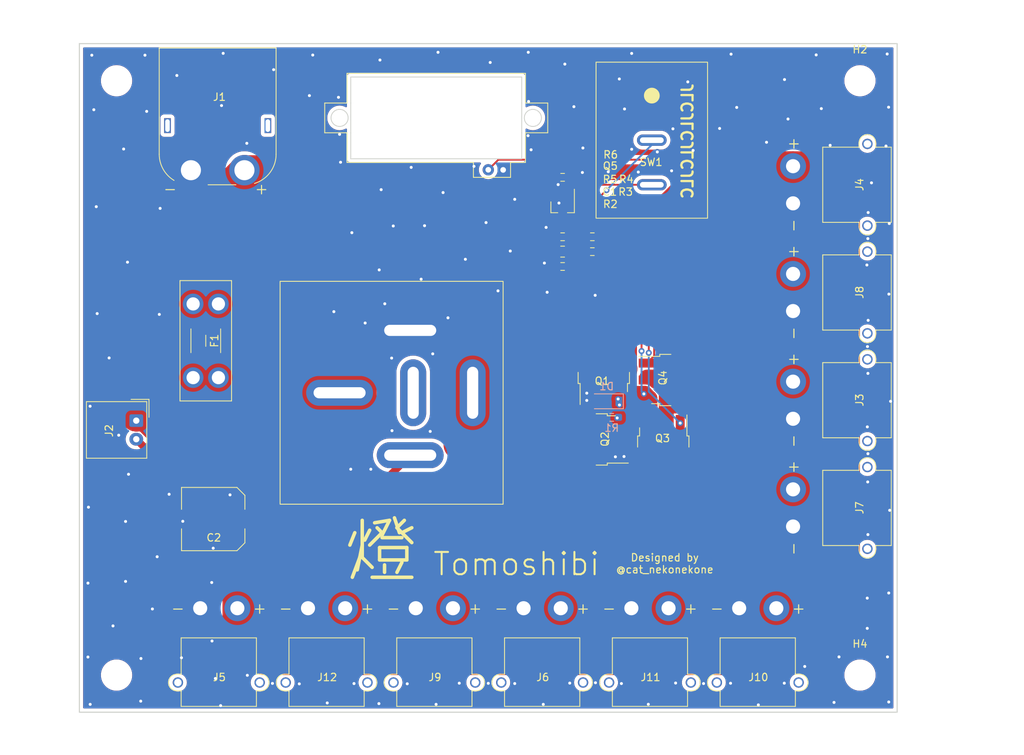
<source format=kicad_pcb>
(kicad_pcb (version 20211014) (generator pcbnew)
  (layers (0 "F.Cu" signal) (31 "B.Cu" signal) (34 "B.Paste" user) (35 "F.Paste" user) (36 "B.SilkS" user "B.Silkscreen") (37 "F.SilkS" user "F.Silkscreen") (38 "B.Mask" user) (39 "F.Mask" user) (44 "Edge.Cuts" user))
  (net 0 "")
  (net 1 "/S-S")
  (net 2 "主電源スイッチ")
  (net 3 "VDD")
  (net 4 "GND")
  (net 5 "+12V")
  (net 6 "30")
  (net 7 "85")
  (net 9 "87")
  (net 10 "Net-(Q3-Pad1)")
  (net 11 "Net-(Q4-Pad1)")
  (net 12 "Net-(Q5-Pad1)")
  (net 13 "Net-(Q5-Pad3)")
  (footprint "Package_TO_SOT_SMD:TO-252-3_TabPin2" (layer "F.Cu") (at 160.6 96.750995 180)
    (fp_text reference "Q2")
    (fp_text value "Q_PMOS_GDS")
  )
  (footprint "Relay:TRV4-L-12V-Z-F" (layer "F.Cu") (at 134.06 90.47 -90)
    (fp_text reference "K1" hide)
    (fp_text value "RAYEX-L90")
  )
  (footprint "Connector_AMASS:AMASS_XT30PW-M_1x02_P2.50mm_Horizontal" (layer "F.Cu") (at 188.06 93.97 -90)
    (fp_text reference "J3")
    (fp_text value "Conn_01x02_Female")
  )
  (footprint "Package_TO_SOT_SMD:TO-252-3_TabPin2" (layer "F.Cu") (at 172.6 88.750995)
    (fp_text reference "Q4")
    (fp_text value "Q_PMOS_GDS")
  )
  (footprint "Capacitor_SMD:C_Elec_8x10.2" (layer "F.Cu") (at 110.06 107.47 180)
    (fp_text reference "C2")
    (fp_text value "470uF")
  )
  (footprint "MountingHole:MountingHole_3.2mm_M3" (layer "F.Cu") (at 97.06 128.47)
    (fp_text reference "H3" hide)
    (fp_text value "MountingHole")
  )
  (footprint "Package_TO_SOT_SMD:SOT-23_Handsoldering" (layer "F.Cu") (at 157.06 65.47 -90)
    (fp_text reference "Q5")
    (fp_text value "Q_NMOS_GSD")
  )
  (footprint "Voltmeter:SuperSmallVoltmeter_twoline" (layer "F.Cu") (at 140.06 53.47)
    (fp_text reference "MES1" hide)
    (fp_text value "Voltmeter_DC")
    (fp_line (start 11.5 -5.5) (end -11.5 -5.5) (layer "Edge.Cuts") (width 0.12))
    (fp_line (start 11.5 5.5) (end 11.5 2) (layer "Edge.Cuts") (width 0.12))
    (fp_line (start -11.5 5.5) (end 11.5 5.5) (layer "Edge.Cuts") (width 0.12))
    (fp_line (start -11.5 -5.5) (end -11.5 -2) (layer "Edge.Cuts") (width 0.12))
    (fp_line (start -11.5 2) (end -11.5 5.5) (layer "Edge.Cuts") (width 0.12))
    (fp_line (start -11.5 -2) (end -11.5 2) (layer "Edge.Cuts") (width 0.12))
    (fp_line (start 11.5 -2) (end 11.5 -5.5) (layer "Edge.Cuts") (width 0.12))
    (fp_line (start 11.5 2) (end 11.5 -2) (layer "Edge.Cuts") (width 0.12))
    (fp_circle (center -13 0) (end -14.15 0) (layer "Edge.Cuts") (width 0.12) (fill none))
    (fp_circle (center 13 0) (end 11.85 0) (layer "Edge.Cuts") (width 0.12) (fill none))
  )
  (footprint "Package_TO_SOT_SMD:TO-252-3_TabPin2" (layer "F.Cu") (at 162.6 86.750995 90)
    (fp_text reference "Q1")
    (fp_text value "Q_PMOS_GDS")
  )
  (footprint "Package_TO_SOT_SMD:TO-252-3_TabPin2" (layer "F.Cu") (at 170.6 98.750995 -90)
    (fp_text reference "Q3")
    (fp_text value "Q_PMOS_GDS")
  )
  (footprint "Resistor_SMD:R_0603_1608Metric_Pad0.98x0.95mm_HandSolder" (layer "F.Cu") (at 157.06 73.47)
    (fp_text reference "R2")
    (fp_text value "10k")
  )
  (footprint "Connector_AMASS:AMASS_XT30PW-M_1x02_P2.50mm_Horizontal" (layer "F.Cu") (at 188.06 64.97 -90)
    (fp_text reference "J4")
    (fp_text value "Conn_01x02_Female")
  )
  (footprint "Connector_Molex:Molex_SPOX_5268-02A_1x02_P2.50mm_Horizontal" (layer "F.Cu") (at 99.71 94.22 -90)
    (fp_text reference "J2")
    (fp_text value "Conn_01x02_Female")
  )
  (footprint "Connector_AMASS:AMASS_XT30PW-M_1x02_P2.50mm_Horizontal" (layer "F.Cu") (at 188.06 79.47 -90)
    (fp_text reference "J8")
    (fp_text value "Conn_01x02_Female")
  )
  (footprint "MountingHole:MountingHole_3.2mm_M3" (layer "F.Cu") (at 197.06 48.47)
    (fp_text reference "H2")
    (fp_text value "MountingHole")
  )
  (footprint "Resistor_SMD:R_0603_1608Metric_Pad0.98x0.95mm_HandSolder" (layer "F.Cu") (at 161.06 71.47 180)
    (fp_text reference "R3")
    (fp_text value "510")
  )
  (footprint "Connector_AMASS:AMASS_XT30PW-M_1x02_P2.50mm_Horizontal" (layer "F.Cu") (at 180.81 119.47 180)
    (fp_text reference "J10")
    (fp_text value "Conn_01x02_Female")
  )
  (footprint "Connector_AMASS:AMASS_XT60PW-M_1x02_P7.20mm_Horizontal" (layer "F.Cu") (at 107.06 60.51)
    (fp_text reference "J1")
    (fp_text value "Conn_01x02_Female")
  )
  (footprint "Connector_AMASS:AMASS_XT30PW-M_1x02_P2.50mm_Horizontal" (layer "F.Cu") (at 137.31 119.47 180)
    (fp_text reference "J9")
    (fp_text value "Conn_01x02_Female")
  )
  (footprint "MountingHole:MountingHole_3.2mm_M3" (layer "F.Cu") (at 197.06 128.47)
    (fp_text reference "H4")
    (fp_text value "MountingHole")
  )
  (footprint "Fuse:Fuseholder_Blade_Mini_Keystone_3568" (layer "F.Cu") (at 110.76 78.51 -90)
    (fp_text reference "F1")
    (fp_text value "Fuse")
  )
  (footprint "Connector_AMASS:AMASS_XT30PW-M_1x02_P2.50mm_Horizontal" (layer "F.Cu") (at 108.31 119.47 180)
    (fp_text reference "J5")
    (fp_text value "Conn_01x02_Female")
  )
  (footprint "Resistor_SMD:R_0603_1608Metric_Pad0.98x0.95mm_HandSolder" (layer "F.Cu") (at 161.06 69.47)
    (fp_text reference "R4")
    (fp_text value "510")
  )
  (footprint "Capacitor_SMD:C_0805_2012Metric_Pad1.18x1.45mm_HandSolder" (layer "F.Cu") (at 157.06 71.47)
    (fp_text reference "C1")
    (fp_text value "4.7uF")
  )
  (footprint "Connector_AMASS:AMASS_XT30PW-M_1x02_P2.50mm_Horizontal" (layer "F.Cu") (at 151.81 119.47 180)
    (fp_text reference "J6")
    (fp_text value "Conn_01x02_Female")
  )
  (footprint "Connector_AMASS:AMASS_XT30PW-M_1x02_P2.50mm_Horizontal" (layer "F.Cu") (at 122.81 119.47 180)
    (fp_text reference "J12")
    (fp_text value "Conn_01x02_Female")
  )
  (footprint "Resistor_SMD:R_0603_1608Metric_Pad0.98x0.95mm_HandSolder" (layer "F.Cu") (at 157.06 61.47 180)
    (fp_text reference "R6")
    (fp_text value "10k")
  )
  (footprint "Connector_AMASS:AMASS_XT30PW-M_1x02_P2.50mm_Horizontal" (layer "F.Cu") (at 188.06 108.47 -90)
    (fp_text reference "J7")
    (fp_text value "Conn_01x02_Female")
  )
  (footprint "MountingHole:MountingHole_3.2mm_M3" (layer "F.Cu") (at 97.06 48.47)
    (fp_text reference "H1" hide)
    (fp_text value "MountingHole")
  )
  (footprint "Resistor_SMD:R_0603_1608Metric_Pad0.98x0.95mm_HandSolder" (layer "F.Cu") (at 157.06 69.47)
    (fp_text reference "R5")
    (fp_text value "1k")
  )
  (footprint "Connector_AMASS:AMASS_XT30PW-M_1x02_P2.50mm_Horizontal" (layer "F.Cu") (at 166.31 119.47 180)
    (fp_text reference "J11")
    (fp_text value "Conn_01x02_Female")
  )
  (footprint "Rocker_Switch:DS-850K-S-ON" (layer "F.Cu") (at 169.06 56.47 90)
    (fp_text reference "SW1")
    (fp_text value "SW_SPST")
  )
  (footprint "Diode_SMD:D_SOD-123" (layer "B.Cu") (at 162.98 91.62 180)
    (fp_text reference "D1")
    (fp_text value "D")
  )
  (footprint "Resistor_SMD:R_0603_1608Metric_Pad0.98x0.95mm_HandSolder" (layer "B.Cu") (at 163.66 93.78)
    (fp_text reference "R1")
    (fp_text value "10k")
  )
  (gr_rect (start 92.06 43.47) (end 202.06 133.47) (layer "Edge.Cuts") (width 0.15) (fill none))
  (gr_text "燈" (at 132.94 112.09) (layer "F.SilkS") (effects (font (size 7 7) (thickness 0.47))))
  (gr_text "JLCJLCJLCJLC" (at 173.86 56.61 90) (layer "F.SilkS") (effects (font (size 1.5 1.5) (thickness 0.3)) (justify mirror)))
  (gr_text "Tomoshibi" (at 150.86 113.52) (layer "F.SilkS") (effects (font (size 3 3) (thickness 0.27))))
  (gr_text "Designed by\n@cat_nekonekone" (at 170.8 113.46) (layer "F.SilkS") (effects (font (size 1 1))))
  (segment (start 156.1475 73.47) (end 156.1475 71.595) (width 0.25) (layer "F.Cu") (net 1))
  (segment (start 164.88 90.950995) (end 165.28 90.550995) (width 2) (layer "F.Cu") (net 1))
  (segment (start 168.4 92.81) (end 168.4 94.470995) (width 2) (layer "F.Cu") (net 1))
  (segment (start 167.92 94.950995) (end 168.32 94.550995) (width 2) (layer "F.Cu") (net 1))
  (segment (start 168.4 91.030995) (end 168.4 91.81) (width 2) (layer "F.Cu") (net 1))
  (segment (start 168.32 92.69) (end 168.8 92.21) (width 2) (layer "F.Cu") (net 1))
  (segment (start 168.140995 90.550995) (end 167.92 90.550995) (width 2) (layer "F.Cu") (net 1))
  (segment (start 164.4 91.81) (end 164.4 93.86) (width 2) (layer "F.Cu") (net 1))
  (segment (start 168.8 92.21) (end 168.8 94.47) (width 2) (layer "F.Cu") (net 1))
  (segment (start 168.4 91.030995) (end 168.4 92.81) (width 2) (layer "F.Cu") (net 1))
  (segment (start 168.8 92.21) (end 168.8 91.21) (width 2) (layer "F.Cu") (net 1))
  (segment (start 168.4 91.81) (end 168.8 92.21) (width 2) (layer "F.Cu") (net 1))
  (segment (start 168.319005 94.950995) (end 167.92 94.950995) (width 2) (layer "F.Cu") (net 1))
  (segment (start 167.92 90.550995) (end 168.4 91.030995) (width 2) (layer "F.Cu") (net 1))
  (segment (start 168.32 94.550995) (end 168.32 91.110995) (width 2) (layer "F.Cu") (net 1))
  (segment (start 168.32 91.110995) (end 168.4 91.030995) (width 2) (layer "F.Cu") (net 1))
  (segment (start 164.4 91.430995) (end 164.4 91.81) (width 2) (layer "F.Cu") (net 1))
  (segment (start 157.16 70.3325) (end 156.0225 71.47) (width 0.25) (layer "F.Cu") (net 1))
  (segment (start 167.539005 92.81) (end 165.28 90.550995) (width 2) (layer "F.Cu") (net 1))
  (segment (start 162.965005 63.1945) (end 157.16 68.999505) (width 0.25) (layer "F.Cu") (net 1))
  (segment (start 160.5805 74.67) (end 167.679198 81.768698) (width 0.25) (layer "F.Cu") (net 1))
  (segment (start 164.525497 91.305497) (end 164.4 91.430995) (width 2) (layer "F.Cu") (net 1))
  (segment (start 164.705 92.115) (end 164.4 91.81) (width 2) (layer "F.Cu") (net 1))
  (segment (start 164.8 94.470995) (end 165.28 94.950995) (width 2) (layer "F.Cu") (net 1))
  (segment (start 156.1475 73.47) (end 157.3475 74.67) (width 0.25) (layer "F.Cu") (net 1))
  (segment (start 168.4 94.470995) (end 168.32 94.550995) (width 2) (layer "F.Cu") (net 1))
  (segment (start 167.679198 81.768698) (end 167.679198 84.854951) (width 0.25) (layer "F.Cu") (net 1))
  (segment (start 168.4 92.81) (end 167.539005 92.81) (width 2) (layer "F.Cu") (net 1))
  (segment (start 157.3475 74.67) (end 160.5805 74.67) (width 0.25) (layer "F.Cu") (net 1))
  (segment (start 156.1475 71.595) (end 156.0225 71.47) (width 0.25) (layer "F.Cu") (net 1))
  (segment (start 168.32 94.550995) (end 167.140995 94.550995) (width 2) (layer "F.Cu") (net 1))
  (segment (start 168.8 94.47) (end 168.319005 94.950995) (width 2) (layer "F.Cu") (net 1))
  (segment (start 168.8 91.21) (end 168.140995 90.550995) (width 2) (layer "F.Cu") (net 1))
  (segment (start 165.28 90.550995) (end 167.92 90.550995) (width 2) (layer "F.Cu") (net 1))
  (segment (start 164.4 94.070995) (end 164.8 94.470995) (width 2) (layer "F.Cu") (net 1))
  (segment (start 164.88 90.950995) (end 164.525497 91.305497) (width 2) (layer "F.Cu") (net 1))
  (segment (start 164.4 93.86) (end 164.4 94.070995) (width 2) (layer "F.Cu") (net 1))
  (segment (start 167.140995 94.550995) (end 164.705 92.115) (width 2) (layer "F.Cu") (net 1))
  (segment (start 157.16 68.999505) (end 157.16 70.3325) (width 0.25) (layer "F.Cu") (net 1))
  (segment (start 168.32 94.550995) (end 168.32 92.69) (width 2) (layer "F.Cu") (net 1))
  (segment (start 165.28 94.950995) (end 167.92 94.950995) (width 2) (layer "F.Cu") (net 1))
  (via (at 167.679198 84.854951) (size 0.8) (drill 0.4) (layers "F.Cu" "B.Cu") (net 1))
  (via (at 164.525497 91.305497) (size 0.8) (drill 0.4) (layers "F.Cu" "B.Cu") (net 1))
  (via (at 162.965005 63.1945) (size 0.8) (drill 0.4) (layers "F.Cu" "B.Cu") (net 1))
  (via (at 164.705 92.115) (size 0.8) (drill 0.4) (layers "F.Cu" "B.Cu") (net 1))
  (via (at 167.98992 90.619045) (size 0.8) (drill 0.4) (layers "F.Cu" "B.Cu") (net 1))
  (via (at 164.4 93.86) (size 0.8) (drill 0.4) (layers "F.Cu" "B.Cu") (net 1))
  (segment (start 169.06 57.099505) (end 169.06 56.47) (width 0.25) (layer "B.Cu") (net 1))
  (segment (start 162.965005 63.1945) (end 169.06 57.099505) (width 0.25) (layer "B.Cu") (net 1))
  (segment (start 164.705 91.485) (end 164.525497 91.305497) (width 0.5) (layer "B.Cu") (net 1))
  (segment (start 164.705 92.115) (end 164.705 91.485) (width 0.5) (layer "B.Cu") (net 1))
  (segment (start 167.679198 84.854951) (end 167.679198 90.308323) (width 0.25) (layer "B.Cu") (net 1))
  (segment (start 167.679198 90.308323) (end 167.98992 90.619045) (width 0.25) (layer "B.Cu") (net 1))
  (segment (start 157.9725 69.47) (end 160.1475 69.47) (width 0.25) (layer "F.Cu") (net 2))
  (segment (start 157.9725 69.47) (end 157.9725 73.47) (width 0.25) (layer "F.Cu") (net 2))
  (segment (start 160.1475 71.47) (end 158.0975 71.47) (width 0.25) (layer "F.Cu") (net 2))
  (segment (start 160.1475 71.47) (end 160.1475 69.47) (width 0.25) (layer "F.Cu") (net 2))
  (segment (start 184.11 112.42) (end 161.01 112.42) (width 4) (layer "F.Cu") (net 3))
  (segment (start 117.11 107.42) (end 115.36 109.17) (width 4) (layer "F.Cu") (net 3))
  (segment (start 195.06 103.47) (end 195.06 107.47) (width 4) (layer "F.Cu") (net 3))
  (segment (start 126.76 121.47) (end 128.71 123.42) (width 4) (layer "F.Cu") (net 3))
  (segment (start 188.06 74.47) (end 184.11 70.52) (width 4) (layer "F.Cu") (net 3))
  (segment (start 147.86 123.42) (end 147.86 115.52) (width 4) (layer "F.Cu") (net 3))
  (segment (start 167.11 123.42) (end 166.06 123.42) (width 4) (layer "F.Cu") (net 3))
  (segment (start 171 88.41) (end 171 90.53) (width 2) (layer "F.Cu") (net 3))
  (segment (start 113.31 118.22) (end 113.31 107.82) (width 4) (layer "F.Cu") (net 3))
  (segment (start 184.11 107.42) (end 180.66 110.87) (width 4) (layer "F.Cu") (net 3))
  (segment (start 175.68 97.09) (end 175.68 91.250995) (width 4) (layer "F.Cu") (net 3))
  (segment (start 156.81 122.37) (end 155.76 123.42) (width 4) (layer "F.Cu") (net 3))
  (segment (start 192.06 103.47) (end 190.06 101.47) (width 4) (layer "F.Cu") (net 3))
  (segment (start 133.36 123.42) (end 135.01 123.42) (width 4) (layer "F.Cu") (net 3))
  (segment (start 182.779005 63.189005) (end 182.779005 62.350995) (width 4) (layer "F.Cu") (net 3))
  (segment (start 184.06 103.47) (end 181.06 100.47) (width 4) (layer "F.Cu") (net 3))
  (segment (start 171 90.53) (end 171 90.29873) (width 2) (layer "F.Cu") (net 3))
  (segment (start 195.06 110.22) (end 185.81 119.47) (width 4) (layer "F.Cu") (net 3))
  (segment (start 113.31 107.82) (end 113.66 107.47) (width 4) (layer "F.Cu") (net 3))
  (segment (start 174.7 88.750995) (end 174.7 70.43) (width 4) (layer "F.Cu") (net 3))
  (segment (start 171.31 119.47) (end 171.31 122.37) (width 4) (layer "F.Cu") (net 3))
  (segment (start 195.06 74.47) (end 195.06 83.47) (width 4) (layer "F.Cu") (net 3))
  (segment (start 170.940995 88.350995) (end 171 88.41) (width 2) (layer "F.Cu") (net 3))
  (segment (start 185.81 122.37) (end 184.76 123.42) (width 4) (layer "F.Cu") (net 3))
  (segment (start 188.06 88.97) (end 188.06 86.47) (width 4) (layer "F.Cu") (net 3))
  (segment (start 176.986901 59.97) (end 171.7 65.256901) (width 4) (layer "F.Cu") (net 3))
  (segment (start 171.7 73.43) (end 171.7 75.83) (width 4) (layer "F.Cu") (net 3))
  (segment (start 192.01 97.92) (end 184.11 97.92) (width 4) (layer "F.Cu") (net 3))
  (segment (start 161.01 126.42) (end 161.06 126.47) (width 4) (layer "F.Cu") (net 3))
  (segment (start 182.36 62.77) (end 185.16 59.97) (width 4) (layer "F.Cu") (net 3))
  (segment (start 184.11 97.92) (end 184.11 95.52) (width 4) (layer "F.Cu") (net 3))
  (segment (start 188.06 69.47) (end 188.61 68.92) (width 4) (layer "F.Cu") (net 3))
  (segment (start 182.779005 63.189005) (end 182.36 62.77) (width 4) (layer "F.Cu") (net 3))
  (segment (start 113.31 119.47) (end 113.31 122.72) (width 4) (layer "F.Cu") (net 3))
  (segment (start 176.440995 97.850995) (end 179.679005 97.850995) (width 4) (layer "F.Cu") (net 3))
  (segment (start 174.06 126.47) (end 186.06 126.47) (width 4) (layer "F.Cu") (net 3))
  (segment (start 184.11 112.42) (end 184.11 115.52) (width 4) (layer "F.Cu") (net 3))
  (segment (start 161.06 126.47) (end 174.06 126.47) (width 4) (layer "F.Cu") (net 3))
  (segment (start 192.01 75.52) (end 192.01 83.42) (width 4) (layer "F.Cu") (net 3))
  (segment (start 184.76 122.67) (end 184.01 123.42) (width 4) (layer "F.Cu") (net 3))
  (segment (start 195.06 74.47) (end 192.01 71.42) (width 4) (layer "F.Cu") (net 3))
  (segment (start 182.36 62.77) (end 171.7 73.43) (width 4) (layer "F.Cu") (net 3))
  (segment (start 113.31 116.22) (end 113.31 118.22) (width 4) (layer "F.Cu") (net 3))
  (segment (start 173.53663 89.914365) (end 174.7 88.750995) (width 2) (layer "F.Cu") (net 3))
  (segment (start 171 90.29873) (end 170.615635 89.914365) (width 2) (layer "F.Cu") (net 3))
  (segment (start 169.940995 88.350995) (end 169.940995 88.589005) (width 2) (layer "F.Cu") (net 3))
  (segment (start 184.11 99.52) (end 187.56 102.97) (width 4) (layer "F.Cu") (net 3))
  (segment (start 195.06 107.47) (end 195.06 110.22) (width 4) (layer "F.Cu") (net 3))
  (segment (start 171.7 68.83) (end 171.7 75.83) (width 4) (layer "F.Cu") (net 3))
  (segment (start 168.1 98.47) (end 169.325483 98.47) (width 4) (layer "F.Cu") (net 3))
  (segment (start 171 90.53) (end 171 100.450995) (width 2) (layer "F.Cu") (net 3))
  (segment (start 170.440996 97.850995) (end 170.192742 97.602741) (width 4) (layer "F.Cu") (net 3))
  (segment (start 145.01 112.42) (end 130.11 112.42) (width 4) (layer "F.Cu") (net 3))
  (segment (start 192.01 70.52) (end 192.01 68.92) (width 4) (layer "F.Cu") (net 3))
  (segment (start 192.01 90.02) (end 192.06 90.07) (width 4) (layer "F.Cu") (net 3))
  (segment (start 169.940995 88.350995) (end 168.4 88.350995) (width 2) (layer "F.Cu") (net 3))
  (segment (start 190.56 121.97) (end 192.56 119.97) (width 4) (layer "F.Cu") (net 3))
  (segment (start 188.06 74.47) (end 195.06 74.47) (width 4) (layer "F.Cu") (net 3))
  (segment (start 174.7 88.750995) (end 174.3 88.350995) (width 2) (layer "F.Cu") (net 3))
  (segment (start 176.36 68.77) (end 182.36 62.77) (width 4) (layer "F.Cu") (net 3))
  (segment (start 176.440995 97.850995) (end 170.440996 97.850995) (width 4) (layer "F.Cu") (net 3))
  (segment (start 170.26 123.42) (end 167.11 123.42) (width 4) (layer "F.Cu") (net 3))
  (segment (start 161.01 112.42) (end 158.11 112.42) (width 4) (layer "F.Cu") (net 3))
  (segment (start 169.08 100.850995) (end 170.6 100.850995) (width 4) (layer "F.Cu") (net 3))
  (segment (start 188.06 88.97) (end 188.06 90.02) (width 4) (layer "F.Cu") (net 3))
  (segment (start 184.11 93.42) (end 184.11 99.52) (width 4) (layer "F.Cu") (net 3))
  (segment (start 113.31 122.72) (end 117.06 126.47) (width 4) (layer "F.Cu") (net 3))
  (segment (start 184.11 99.52) (end 182.440995 97.850995) (width 4) (layer "F.Cu") (net 3))
  (segment (start 192.01 104.52) (end 162.949696 104.52) (width 4) (layer "F.Cu") (net 3))
  (segment (start 167.491147 102.439848) (end 168.1 101.830995) (width 4) (layer "F.Cu") (net 3))
  (segment (start 170.192742 97.602741) (end 170.6 98.009999) (width 4) (layer "F.Cu") (net 3))
  (segment (start 184.11 104.52) (end 184.11 107.42) (width 4) (layer "F.Cu") (net 3))
  (segment (start 117.06 126.47) (end 117.06 110.87) (width 4) (layer "F.Cu") (net 3))
  (segment (start 145.01 112.42) (end 145.01 125.42) (width 4) (layer "F.Cu") (net 3))
  (segment (start 192.06 103.47) (end 166.06 103.47) (width 4) (layer "F.Cu") (net 3))
  (segment (start 171.31 122.37) (end 170.26 123.42) (width 4) (layer "F.Cu") (net 3))
  (segment (start 171.7 65.256901) (end 171.7 68.83) (width 4) (layer "F.Cu") (net 3))
  (segment (start 148.42 59.095) (end 176.111901 59.095) (width 0.25) (layer "F.Cu") (net 3))
  (segment (start 192.01 112.42) (end 192.01 104.52) (width 4) (layer "F.Cu") (net 3))
  (segment (start 184.11 115.52) (end 190.56 121.97) (width 4) (layer "F.Cu") (net 3))
  (segment (start 188.06 59.97) (end 190.96 59.97) (width 4) (layer "F.Cu") (net 3))
  (segment (start 126.76 123.42) (end 118.86 123.42) (width 4) (layer "F.Cu") (net 3))
  (segment (start 184.01 123.42) (end 183.01 123.42) (width 4) (layer "F.Cu") (net 3))
  (segment (start 127.81 122.37) (end 126.76 123.42) (width 4) (layer "F.Cu") (net 3))
  (segment (start 173.66 126.07) (end 174.06 126.47) (width 4) (layer "F.Cu") (net 3))
  (segment (start 189.06 101.47) (end 187.56 102.97) (width 4) (layer "F.Cu") (net 3))
  (segment (start 192.01 112.42) (end 192.01 119.42) (width 4) (layer "F.Cu") (net 3))
  (segment (start 192.56 119.97) (end 195.06 117.47) (width 4) (layer "F.Cu") (net 3))
  (segment (start 174.3 88.350995) (end 170.940995 88.350995) (width 2) (layer "F.Cu") (net 3))
  (segment (start 184.11 107.42) (end 184.11 112.42) (width 4) (layer "F.Cu") (net 3))
  (segment (start 167.491147 102.439848) (end 169.08 100.850995) (width 4) (layer "F.Cu") (net 3))
  (segment (start 168.1 101.830995) (end 168.1 98.47) (width 4) (layer "F.Cu") (net 3))
  (segment (start 171.7 75.83) (end 171.7 88.350995) (width 4) (layer "F.Cu") (net 3))
  (segment (start 187.56 102.97) (end 188.06 103.47) (width 4) (layer "F.Cu") (net 3))
  (segment (start 185.16 103.47) (end 184.11 104.52) (width 4) (layer "F.Cu") (net 3))
  (segment (start 170.26 119.47) (end 170.26 123.42) (width 4) (layer "F.Cu") (net 3))
  (segment (start 171 100.450995) (end 170.6 100.850995) (width 2) (layer "F.Cu") (net 3))
  (segment (start 195.06 103.47) (end 192.06 103.47) (width 4) (layer "F.Cu") (net 3))
  (segment (start 176.111901 59.095) (end 176.986901 59.97) (width 0.25) (layer "F.Cu") (net 3))
  (segment (start 182.779005 91.350995) (end 182.779005 92.089005) (width 4) (layer "F.Cu") (net 3))
  (segment (start 185.16 59.97) (end 188.06 59.97) (width 4) (layer "F.Cu") (net 3))
  (segment (start 130.11 112.42) (end 117.11 112.42) (width 4) (layer "F.Cu") (net 3))
  (segment (start 188.06 75.52) (end 192.01 75.52) (width 4) (layer "F.Cu") (net 3))
  (segment (start 176.36 88.77) (end 179.679005 92.089005) (width 4) (layer "F.Cu") (net 3))
  (segment (start 185.81 119.47) (end 185.81 122.37) (width 4) (layer "F.Cu") (net 3))
  (segment (start 182.779005 82.750995) (end 182.779005 63.189005) (width 4) (layer "F.Cu") (net 3))
  (segment (start 158.11 123.52) (end 161.06 126.47) (width 4) (layer "F.Cu") (net 3))
  (segment (start 180.56 59.97) (end 181.56 59.97) (width 4) (layer "F.Cu") (net 3))
  (segment (start 117.06 126.47) (end 146.06 126.47) (width 4) (layer "F.Cu") (net 3))
  (segment (start 179.679005 92.089005) (end 179.679005 65.450995) (width 4) (layer "F.Cu") (net 3))
  (segment (start 180.679005 100.850995) (end 170.6 100.850995) (width 4) (layer "F.Cu") (net 3))
  (segment (start 171.7 68.83) (end 180.56 59.97) (width 4) (layer "F.Cu") (net 3))
  (segment (start 192.01 83.42) (end 185.01 83.42) (width 4) (layer "F.Cu") (net 3))
  (segment (start 183.44801 83.42) (end 182.779005 82.750995) (width 4) (layer "F.Cu") (net 3))
  (segment (start 147.86 115.52) (end 155.76 115.52) (width 4) (layer "F.Cu") (net 3))
  (segment (start 145.01 125.42) (end 146.06 126.47) (width 4) (layer "F.Cu") (net 3))
  (segment (start 170.615635 89.914365) (end 173.53663 89.914365) (width 2) (layer "F.Cu") (net 3))
  (segment (start 192.06 90.07) (end 192.06 97.87) (width 4) (layer "F.Cu") (net 3))
  (segment (start 181.06 100.47) (end 180.679005 100.850995) (width 4) (layer "F.Cu") (net 3))
  (segment (start 165.029848 102.439848) (end 167.491147 102.439848) (width 4) (layer "F.Cu") (net 3))
  (segment (start 184.11 99.52) (end 193.11 99.52) (width 4) (layer "F.Cu") (net 3))
  (segment (start 127.81 119.47) (end 127.81 122.37) (width 4) (layer "F.Cu") (net 3))
  (segment (start 193.11 99.52) (end 195.06 101.47) (width 4) (layer "F.Cu") (net 3))
  (segment (start 117.06 110.87) (end 115.36 109.17) (width 4) (layer "F.Cu") (net 3))
  (segment (start 161.799696 105.67) (end 165.029848 102.439848) (width 4) (layer "F.Cu") (net 3))
  (segment (start 188.06 90.02) (end 184.11 90.02) (width 4) (layer "F.Cu") (net 3))
  (segment (start 186.06 126.47) (end 190.56 121.97) (width 4) (layer "F.Cu") (net 3))
  (segment (start 180.66 110.87) (end 173.66 110.87) (width 4) (layer "F.Cu") (net 3))
  (segment (start 173.66 110.87) (end 117.06 110.87) (width 4) (layer "F.Cu") (net 3))
  (segment (start 130.11 123.42) (end 141.26 123.42) (width 4) (layer "F.Cu") (net 3))
  (segment (start 128.71 123.42) (end 130.11 123.42) (width 4) (layer "F.Cu") (net 3))
  (segment (start 147.06 60.455) (end 148.42 59.095) (width 0.25) (layer "F.Cu") (net 3))
  (segment (start 184.11 112.42) (end 192.01 112.42) (width 4) (layer "F.Cu") (net 3))
  (segment (start 184.11 90.02) (end 182.779005 91.350995) (width 4) (layer "F.Cu") (net 3))
  (segment (start 166.06 103.47) (end 165.029848 102.439848) (width 4) (layer "F.Cu") (net 3))
  (segment (start 161.01 112.42) (end 161.01 126.42) (width 4) (layer "F.Cu") (net 3))
  (segment (start 188.06 75.52) (end 184.11 75.52) (width 4) (layer "F.Cu") (net 3))
  (segment (start 182.440995 97.850995) (end 176.440995 97.850995) (width 4) (layer "F.Cu") (net 3))
  (segment (start 176.440995 97.850995) (end 175.68 97.09) (width 4) (layer "F.Cu") (net 3))
  (segment (start 168.06 115.52) (end 170.26 115.52) (width 4) (layer "F.Cu") (net 3))
  (segment (start 192.06 97.87) (end 192.01 97.92) (width 4) (layer "F.Cu") (net 3))
  (segment (start 170.38337 88.914365) (end 170.615635 89.14663) (width 2) (layer "F.Cu") (net 3))
  (segment (start 192.01 68.92) (end 192.01 61.02) (width 4) (layer "F.Cu") (net 3))
  (segment (start 192.01 119.42) (end 192.56 119.97) (width 4) (layer "F.Cu") (net 3))
  (segment (start 170.6 98.009999) (end 170.6 100.850995) (width 4) (layer "F.Cu") (net 3))
  (segment (start 175.68 91.250995) (end 172.06 91.250995) (width 4) (layer "F.Cu") (net 3))
  (segment (start 155.76 123.42) (end 147.86 123.42) (width 4) (layer "F.Cu") (net 3))
  (segment (start 182.779005 62.350995) (end 184.11 61.02) (width 4) (layer "F.Cu") (net 3))
  (segment (start 176.86 123.42) (end 176.86 115.52) (width 4) (layer "F.Cu") (net 3))
  (segment (start 184.11 75.52) (end 182.779005 76.850995) (width 4) (layer "F.Cu") (net 3))
  (segment (start 170.26 115.52) (end 170.26 119.47) (width 4) (layer "F.Cu") (net 3))
  (segment (start 190.96 59.97) (end 195.06 64.07) (width 4) (layer "F.Cu") (net 3))
  (segment (start 195.06 83.47) (end 195.06 87.47) (width 4) (layer "F.Cu") (net 3))
  (segment (start 117.11 112.42) (end 113.31 116.22) (width 4) (layer "F.Cu") (net 3))
  (segment (start 184.11 90.02) (end 192.01 90.02) (width 4) (layer "F.Cu") (net 3))
  (segment (start 195.06 64.07) (end 195.06 74.47) (width 4) (layer "F.Cu") (net 3))
  (segment (start 170.940995 88.350995) (end 169.940995 88.350995) (width 2) (layer "F.Cu") (net 3))
  (segment (start 146.06 126.47) (end 161.06 126.47) (width 4) (layer "F.Cu") (net 3))
  (segment (start 169.940995 88.589005) (end 169.615635 88.914365) (width 2) (layer "F.Cu") (net 3))
  (segment (start 182.779005 92.089005) (end 179.679005 92.089005) (width 4) (layer "F.Cu") (net 3))
  (segment (start 195.06 87.47) (end 195.06 101.47) (width 4) (layer "F.Cu") (net 3))
  (segment (start 188.06 74.47) (end 188.06 75.52) (width 4) (layer "F.Cu") (net 3))
  (segment (start 188.06 86.47) (end 185.01 83.42) (width 4) (layer "F.Cu") (net 3))
  (segment (start 184.76 115.52) (end 184.76 122.67) (width 4) (layer "F.Cu") (net 3))
  (segment (start 170.615635 89.14663) (end 170.615635 89.914365) (width 2) (layer "F.Cu") (net 3))
  (segment (start 169.615635 88.914365) (end 170.38337 88.914365) (width 2) (layer "F.Cu") (net 3))
  (segment (start 115.36 109.17) (end 113.66 107.47) (width 4) (layer "F.Cu") (net 3))
  (segment (start 193.56 88.97) (end 195.06 87.47) (width 4) (layer "F.Cu") (net 3))
  (segment (start 173.66 110.87) (end 173.66 126.07) (width 4) (layer "F.Cu") (net 3))
  (segment (start 141.26 123.42) (end 141.26 115.52) (width 4) (layer "F.Cu") (net 3))
  (segment (start 184.11 61.02) (end 184.11 68.92) (width 4) (layer "F.Cu") (net 3))
  (segment (start 192.01 61.02) (end 184.11 61.02) (width 4) (layer "F.Cu") (net 3))
  (segment (start 188.61 68.92) (end 192.01 68.92) (width 4) (layer "F.Cu") (net 3))
  (segment (start 118.86 123.42) (end 118.86 115.52) (width 4) (layer "F.Cu") (net 3))
  (segment (start 184.76 123.42) (end 183.01 123.42) (width 4) (layer "F.Cu") (net 3))
  (segment (start 195.06 117.47) (end 195.06 107.47) (width 4) (layer "F.Cu") (net 3))
  (segment (start 192.01 71.42) (end 192.01 70.52) (width 4) (layer "F.Cu") (net 3))
  (segment (start 184.11 112.42) (end 185.01 112.42) (width 4) (layer "F.Cu") (net 3))
  (segment (start 181.56 59.97) (end 176.986901 59.97) (width 4) (layer "F.Cu") (net 3))
  (segment (start 183.01 123.42) (end 176.86 123.42) (width 4) (layer "F.Cu") (net 3))
  (segment (start 158.11 112.42) (end 145.01 112.42) (width 4) (layer "F.Cu") (net 3))
  (segment (start 184.11 70.52) (end 184.11 68.92) (width 4) (layer "F.Cu") (net 3))
  (segment (start 179.679005 65.450995) (end 182.36 62.77) (width 4) (layer "F.Cu") (net 3))
  (segment (start 184.11 93.42) (end 182.779005 92.089005) (width 4) (layer "F.Cu") (net 3))
  (segment (start 195.06 101.47) (end 195.06 103.47) (width 4) (layer "F.Cu") (net 3))
  (segment (start 188.06 88.97) (end 193.56 83.47) (width 4) (layer "F.Cu") (net 3))
  (segment (start 113.31 119.47) (end 113.31 118.22) (width 4) (layer "F.Cu") (net 3))
  (segment (start 162.949696 104.52) (end 161.799696 105.67) (width 4) (layer "F.Cu") (net 3))
  (segment (start 179.679005 97.850995) (end 184.11 93.42) (width 4) (layer "F.Cu") (net 3))
  (segment (start 115.46 105.67) (end 161.799696 105.67) (width 4) (layer "F.Cu") (net 3))
  (segment (start 162.36 115.52) (end 168.06 115.52) (width 4) (layer "F.Cu") (net 3))
  (segment (start 190.06 101.47) (end 189.06 101.47) (width 4) (layer "F.Cu") (net 3))
  (segment (start 184.11 68.92) (end 188.61 68.92) (width 4) (layer "F.Cu") (net 3))
  (segment (start 118.86 115.52) (end 126.76 115.52) (width 4) (layer "F.Cu") (net 3))
  (segment (start 182.779005 76.850995) (end 182.779005 78.750995) (width 4) (layer "F.Cu") (net 3))
  (segment (start 184.11 61.02) (end 184.11 93.42) (width 4) (layer "F.Cu") (net 3))
  (segment (start 185.01 112.42) (end 192.56 119.97) (width 4) (layer "F.Cu") (net 3))
  (segment (start 133.36 115.52) (end 133.36 123.42) (width 4) (layer "F.Cu") (net 3))
  (segment (start 188.06 74.47) (end 192.01 70.52) (width 4) (layer "F.Cu") (net 3))
  (segment (start 188.06 103.47) (end 184.06 103.47) (width 4) (layer "F.Cu") (net 3))
  (segment (start 185.01 83.42) (end 183.44801 83.42) (width 4) (layer "F.Cu") (net 3))
  (segment (start 176.36 68.77) (end 176.36 88.77) (width 4) (layer "F.Cu") (net 3))
  (segment (start 184.11 107.42) (end 117.11 107.42) (width 4) (layer "F.Cu") (net 3))
  (segment (start 182.779005 92.089005) (end 182.779005 82.750995) (width 4) (layer "F.Cu") (net 3))
  (segment (start 158.11 112.42) (end 158.11 123.52) (width 4) (layer "F.Cu") (net 3))
  (segment (start 166.06 123.42) (end 162.36 123.42) (width 4) (layer "F.Cu") (net 3))
  (segment (start 185.16 59.97) (end 184.11 61.02) (width 4) (layer "F.Cu") (net 3))
  (segment (start 188.06 88.97) (end 193.56 88.97) (width 4) (layer "F.Cu") (net 3))
  (segment (start 130.11 112.42) (end 130.11 123.42) (width 4) (layer "F.Cu") (net 3))
  (segment (start 193.56 83.47) (end 195.06 83.47) (width 4) (layer "F.Cu") (net 3))
  (segment (start 179.679005 97.850995) (end 179.679005 92.089005) (width 4) (layer "F.Cu") (net 3))
  (segment (start 176.86 115.52) (end 184.76 115.52) (width 4) (layer "F.Cu") (net 3))
  (segment (start 162.36 123.42) (end 162.36 115.52) (width 4) (layer "F.Cu") (net 3))
  (segment (start 156.81 119.47) (end 156.81 122.37) (width 4) (layer "F.Cu") (net 3))
  (segment (start 141.26 115.52) (end 133.36 115.52) (width 4) (layer "F.Cu") (net 3))
  (segment (start 174.7 70.43) (end 176.36 68.77) (width 4) (layer "F.Cu") (net 3))
  (segment (start 188.06 59.97) (end 181.56 59.97) (width 4) (layer "F.Cu") (net 3))
  (segment (start 188.06 103.47) (end 185.16 103.47) (width 4) (layer "F.Cu") (net 3))
  (segment (start 155.76 115.52) (end 155.76 123.42) (width 4) (layer "F.Cu") (net 3))
  (segment (start 188.06 74.47) (end 188.06 69.47) (width 4) (layer "F.Cu") (net 3))
  (segment (start 169.325483 98.47) (end 170.192742 97.602741) (width 4) (layer "F.Cu") (net 3))
  (segment (start 126.76 115.52) (end 126.76 121.47) (width 4) (layer "F.Cu") (net 3))
  (segment (start 113.66 107.47) (end 115.46 105.67) (width 4) (layer "F.Cu") (net 3))
  (via (at 145.14 59.99) (size 0.8) (drill 0.4) (layers "F.Cu" "B.Cu") (net 4))
  (via (at 159.72 60.82) (size 0.8) (drill 0.4) (layers "F.Cu" "B.Cu") (net 4))
  (via (at 152.82 57.76) (size 0.8) (drill 0.4) (layers "F.Cu" "B.Cu") (net 4))
  (via (at 152.41 55.86) (size 0.8) (drill 0.4) (layers "F.Cu" "B.Cu") (net 4))
  (via (at 102.52 112.54) (size 0.8) (drill 0.4) (layers "F.Cu" "B.Cu") (net 4))
  (via (at 93.51 132.41) (size 0.8) (drill 0.4) (layers "F.Cu" "B.Cu") (net 4))
  (via (at 200.91 52.03) (size 0.8) (drill 0.4) (layers "F.Cu" "B.Cu") (net 4))
  (via (at 132.35 132.31) (size 0.8) (drill 0.4) (layers "F.Cu" "B.Cu") (net 4))
  (via (at 169.8 58.05) (size 0.8) (drill 0.4) (layers "F.Cu" "B.Cu") (net 4))
  (via (at 158.02 129.55) (size 0.8) (drill 0.4) (layers "F.Cu" "B.Cu") (net 4))
  (via (at 154.61 73.01) (size 0.8) (drill 0.4) (layers "F.Cu" "B.Cu") (net 4))
  (via (at 191.86 52.22) (size 0.8) (drill 0.4) (layers "F.Cu" "B.Cu") (net 4))
  (via (at 152.48 51.26) (size 0.8) (drill 0.4) (layers "F.Cu" "B.Cu") (net 4))
  (via (at 165.32 99.05) (size 0.8) (drill 0.4) (layers "F.Cu" "B.Cu") (net 4))
  (via (at 154.98 76.94) (size 0.8) (drill 0.4) (layers "F.Cu" "B.Cu") (net 4))
  (via (at 201 67.69) (size 0.8) (drill 0.4) (layers "F.Cu" "B.Cu") (net 4))
  (via (at 128.71 68.92) (size 0.8) (drill 0.4) (layers "F.Cu" "B.Cu") (net 4))
  (via (at 200.95 77.19) (size 0.8) (drill 0.4) (layers "F.Cu" "B.Cu") (net 4))
  (via (at 139.25 95.67) (size 0.8) (drill 0.4) (layers "F.Cu" "B.Cu") (net 4))
  (via (at 102.92 65.65) (size 0.8) (drill 0.4) (layers "F.Cu" "B.Cu") (net 4))
  (via (at 98.27 107.79) (size 0.8) (drill 0.4) (layers "F.Cu" "B.Cu") (net 4))
  (via (at 154.46 132.41) (size 0.8) (drill 0.4) (layers "F.Cu" "B.Cu") (net 4))
  (via (at 198.16 80.72) (size 0.8) (drill 0.4) (layers "F.Cu" "B.Cu") (net 4))
  (via (at 140.3 44.64) (size 0.8) (drill 0.4) (layers "F.Cu" "B.Cu") (net 4))
  (via (at 126.91 50.7) (size 0.8) (drill 0.4) (layers "F.Cu" "B.Cu") (net 4))
  (via (at 198.04 118.11) (size 0.8) (drill 0.4) (layers "F.Cu" "B.Cu") (net 4))
  (via (at 161.48 129.5) (size 0.8) (drill 0.4) (layers "F.Cu" "B.Cu") (net 4))
  (via (at 191.17 44.99) (size 0.8) (drill 0.4) (layers "F.Cu" "B.Cu") (net 4))
  (via (at 114.58 56.89) (size 0.8) (drill 0.4) (layers "F.Cu" "B.Cu") (net 4))
  (via (at 198.16 66.21) (size 0.8) (drill 0.4) (layers "F.Cu" "B.Cu") (net 4))
  (via (at 186.91 48.31) (size 0.8) (drill 0.4) (layers "F.Cu" "B.Cu") (net 4))
  (via (at 200.93 132.09) (size 0.8) (drill 0.4) (layers "F.Cu" "B.Cu") (net 4))
  (via (at 164.97 129.61) (size 0.8) (drill 0.4) (layers "F.Cu" "B.Cu") (net 4))
  (via (at 93.5 92.28) (size 0.8) (drill 0.4) (layers "F.Cu" "B.Cu") (net 4))
  (via (at 105.97 107.77) (size 0.8) (drill 0.4) (layers "F.Cu" "B.Cu") (net 4))
  (via (at 138.03 75.18) (size 0.8) (drill 0.4) (layers "F.Cu" "B.Cu") (net 4))
  (via (at 160.31 90.52) (size 0.8) (drill 0.4) (layers "F.Cu" "B.Cu") (net 4))
  (via (at 158.58 51.96) (size 0.8) (drill 0.4) (layers "F.Cu" "B.Cu") (net 4))
  (via (at 198.05 95.06) (size 0.8) (drill 0.4) (layers "F.Cu" "B.Cu") (net 4))
  (via (at 94.33 65.42) (size 0.8) (drill 0.4) (layers "F.Cu" "B.Cu") (net 4))
  (via (at 94.45 79.81) (size 0.8) (drill 0.4) (layers "F.Cu" "B.Cu") (net 4))
  (via (at 198.07 84.25) (size 0.8) (drill 0.4) (layers "F.Cu" "B.Cu") (net 4))
  (via (at 156.46 62.45) (size 0.8) (drill 0.4) (layers "F.Cu" "B.Cu") (net 4))
  (via (at 200.93 117.42) (size 0.8) (drill 0.4) (layers "F.Cu" "B.Cu") (net 4))
  (via (at 101.88 119.57) (size 0.8) (drill 0.4) (layers "F.Cu" "B.Cu") (net 4))
  (via (at 118.03 129.59) (size 0.8) (drill 0.4) (layers "F.Cu" "B.Cu") (net 4))
  (via (at 127.06 55.68) (size 0.8) (drill 0.4) (layers "F.Cu" "B.Cu") (net 4))
  (via (at 161.44 77.35) (size 0.8) (drill 0.4) (layers "F.Cu" "B.Cu") (net 4))
  (via (at 139.59 85.23) (size 0.8) (drill 0.4) (layers "F.Cu" "B.Cu") (net 4))
  (via (at 150.62 129.61) (size 0.8) (drill 0.4) (layers "F.Cu" "B.Cu") (net 4))
  (via (at 174.61 57.85) (size 0.8) (drill 0.4) (layers "F.Cu" "B.Cu") (net 4))
  (via (at 157.36 46.23) (size 0.8) (drill 0.4) (layers "F.Cu" "B.Cu") (net 4))
  (via (at 166.35 44.79) (size 0.8) (drill 0.4) (layers "F.Cu" "B.Cu") (net 4))
  (via (at 131.26 100.76) (size 0.8) (drill 0.4) (layers "F.Cu" "B.Cu") (net 4))
  (via (at 141.64 80.38) (size 0.8) (drill 0.4) (layers "F.Cu" "B.Cu") (net 4))
  (via (at 193.05 57.16) (size 0.8) (drill 0.4) (layers "F.Cu" "B.Cu") (net 4))
  (via (at 198.1 102.47) (size 0.8) (drill 0.4) (layers "F.Cu" "B.Cu") (net 4))
  (via (at 93.73 45.03) (size 0.8) (drill 0.4) (layers "F.Cu" "B.Cu") (net 4))
  (via (at 93.21 116.09) (size 0.8) (drill 0.4) (layers "F.Cu" "B.Cu") (net 4))
  (via (at 101.11 52.59) (size 0.8) (drill 0.4) (layers "F.Cu" "B.Cu") (net 4))
  (via (at 150.62 64.43) (size 0.8) (drill 0.4) (layers "F.Cu" "B.Cu") (net 4))
  (via (at 201.18 91.62) (size 0.8) (drill 0.4) (layers "F.Cu" "B.Cu") (net 4))
  (via (at 109.9 123.88) (size 0.8) (drill 0.4) (layers "F.Cu" "B.Cu") (net 4))
  (via (at 125.4 132.22) (size 0.8) (drill 0.4) (layers "F.Cu" "B.Cu") (net 4))
  (via (at 97.35 96.18) (size 0.8) (drill 0.4) (layers "F.Cu" "B.Cu") (net 4))
  (via (at 146.76 67.56) (size 0.8) (drill 0.4) (layers "F.Cu" "B.Cu") (net 4))
  (via (at 129 129.61) (size 0.8) (drill 0.4) (layers "F.Cu" "B.Cu") (net 4))
  (via (at 164.16 99.09) (size 0.8) (drill 0.4) (layers "F.Cu" "B.Cu") (net 4))
  (via (at 140.04 132.41) (size 0.8) (drill 0.4) (layers "F.Cu" "B.Cu") (net 4))
  (via (at 98.67 101.44) (size 0.8) (drill 0.4) (layers "F.Cu" "B.Cu") (net 4))
  (via (at 163.2 60.72) (size 0.8) (drill 0.4) (layers "F.Cu" "B.Cu") (net 4))
  (via (at 98.53 72.89) (size 0.8) (drill 0.4) (layers "F.Cu" "B.Cu") (net 4))
  (via (at 152.44 44.64) (size 0.8) (drill 0.4) (layers "F.Cu" "B.Cu") (net 4))
  (via (at 105.17 47.76) (size 0.8) (drill 0.4) (layers "F.Cu" "B.Cu") (net 4))
  (via (at 96.58 121.85) (size 0.8) (drill 0.4) (layers "F.Cu" "B.Cu") (net 4))
  (via (at 104.13 104.13) (size 0.8) (drill 0.4) (layers "F.Cu" "B.Cu") (net 4))
  (via (at 93.21 126.04) (size 0.8) (drill 0.4) (layers "F.Cu" "B.Cu") (net 4))
  (via (at 179.72 44.89) (size 0.8) (drill 0.4) (layers "F.Cu" "B.Cu") (net 4))
  (via (at 138.49 67.98) (size 0.8) (drill 0.4) (layers "F.Cu" "B.Cu") (net 4))
  (via (at 197.99 73.27) (size 0.8) (drill 0.4) (layers "F.Cu" "B.Cu") (net 4))
  (via (at 198.04 122.18) (size 0.8) (drill 0.4) (layers "F.Cu" "B.Cu") (net 4))
  (via (at 187.38 53.62) (size 0.8) (drill 0.4) (layers "F.Cu" "B.Cu") (net 4))
  (via (at 134.11 95.57) (size 0.8) (drill 0.4) (layers "F.Cu" "B.Cu") (net 4))
  (via (at 100.31 131.98) (size 0.8) (drill 0.4) (layers "F.Cu" "B.Cu") (net 4))
  (via (at 201.06 106.29) (size 0.8) (drill 0.4) (layers "F.Cu" "B.Cu") (net 4))
  (via (at 172.26 129.54) (size 0.8) (drill 0.4) (layers "F.Cu" "B.Cu") (net 4))
  (via (at 200.72 44.87) (size 0.8) (drill 0.4) (layers "F.Cu" "B.Cu") (net 4))
  (via (at 148.37 76.75) (size 0.8) (drill 0.4) (layers "F.Cu" "B.Cu") (net 4))
  (via (at 198.12 69.72) (size 0.8) (drill 0.4) (layers "F.Cu" "B.Cu") (net 4))
  (via (at 166.35 57.69) (size 0.8) (drill 0.4) (layers "F.Cu" "B.Cu") (net 4))
  (via (at 130.5 81.08) (size 0.8) (drill 0.4) (layers "F.Cu" "B.Cu") (net 4))
  (via (at 111.18 51.81) (size 0.8) (drill 0.4) (layers "F.Cu" "B.Cu") (net 4))
  (via (at 147.06 129.58) (size 0.8) (drill 0.4) (layers "F.Cu" "B.Cu") (net 4))
  (via (at 109.86 116.01) (size 0.8) (drill 0.4) (layers "F.Cu" "B.Cu") (net 4))
  (via (at 102.81 79.92) (size 0.8) (drill 0.4) (layers "F.Cu" "B.Cu") (net 4))
  (via (at 110.06 111.39) (size 0.8) (drill 0.4) (layers "F.Cu" "B.Cu") (net 4))
  (via (at 159.79 57.52) (size 0.8) (drill 0.4) (layers "F.Cu" "B.Cu") (net 4))
  (via (at 100.88 45.03) (size 0.8) (drill 0.4) (layers "F.Cu" "B.Cu") (net 4))
  (via (at 134.28 68.02) (size 0.8) (drill 0.4) (layers "F.Cu" "B.Cu") (net 4))
  (via (at 186.88 129.56) (size 0.8) (drill 0.4) (layers "F.Cu" "B.Cu") (net 4))
  (via (at 121.64 129.65) (size 0.8) (drill 0.4) (layers "F.Cu" "B.Cu") (net 4))
  (via (at 198.13 98.67) (size 0.8) (drill 0.4) (layers "F.Cu" "B.Cu") (net 4))
  (via (at 96.06 85.78) (size 0.8) (drill 0.4) (layers "F.Cu" "B.Cu") (net 4))
  (via (at 133.14 78.49) (size 0.8) (drill 0.4) (layers "F.Cu" "B.Cu") (net 4))
  (via (at 134.06 85.8) (size 0.8) (drill 0.4) (layers "F.Cu" "B.Cu") (net 4))
  (via (at 112.32 104.21) (size 0.8) (drill 0.4) (layers "F.Cu" "B.Cu") (net 4))
  (via (at 118.19 46.98) (size 0.8) (drill 0.4) (layers "F.Cu" "B.Cu") (net 4))
  (via (at 164.69 48.23) (size 0.8) (drill 0.4) (layers "F.Cu" "B.Cu") (net 4))
  (via (at 136.69 60.13) (size 0.8) (drill 0.4) (layers "F.Cu" "B.Cu") (net 4))
  (via (at 193.57 132.15) (size 0.8) (drill 0.4) (layers "F.Cu" "B.Cu") (net 4))
  (via (at 198.13 87.86) (size 0.8) (drill 0.4) (layers "F.Cu" "B.Cu") (net 4))
  (via (at 168.59 132.4) (size 0.8) (drill 0.4) (layers "F.Cu" "B.Cu") (net 4))
  (via (at 126.29 79.55) (size 0.8) (drill 0.4) (layers "F.Cu" "B.Cu") (net 4))
  (via (at 93.28 105.87) (size 0.8) (drill 0.4) (layers "F.Cu" "B.Cu") (net 4))
  (via (at 189.63 127.31) (size 0.8) (drill 0.4) (layers "F.Cu" "B.Cu") (net 4))
  (via (at 147.32 46.01) (size 0.8) (drill 0.4) (layers "F.Cu" "B.Cu") (net 4))
  (via (at 143.98 72.5) (size 0.8) (drill 0.4) (layers "F.Cu" "B.Cu") (net 4))
  (via (at 171.72 60.59) (size 0.8) (drill 0.4) (layers "F.Cu" "B.Cu") (net 4))
  (via (at 200.56 57.26) (size 0.8) (drill 0.4) (layers "F.Cu" "B.Cu") (net 4))
  (via (at 105.79 126.14) (size 0.8) (drill 0.4) (layers "F.Cu" "B.Cu") (net 4))
  (via (at 136.16 129.64) (size 0.8) (drill 0.4) (layers "F.Cu" "B.Cu") (net 4))
  (via (at 127.19 59.44) (size 0.8) (drill 0.4) (layers "F.Cu" "B.Cu") (net 4))
  (via (at 110.35 128.93) (size 0.8) (drill 0.4) (layers "F.Cu" "B.Cu") (net 4))
  (via (at 179.65 129.57) (size 0.8) (drill 0.4) (layers "F.Cu" "B.Cu") (net 4))
  (via (at 198.61 62.21) (size 0.8) (drill 0.4) (layers "F.Cu" "B.Cu") (net 4))
  (via (at 123 50.47) (size 0.8) (drill 0.4) (layers "F.Cu" "B.Cu") (net 4))
  (via (at 154.84 68.21) (size 0.8) (drill 0.4) (layers "F.Cu" "B.Cu") (net 4))
  (via (at 194.24 126.02) (size 0.8) (drill 0.4) (layers "F.Cu" "B.Cu") (net 4))
  (via (at 156.57 64.93) (size 0.8) (drill 0.4) (layers "F.Cu" "B.Cu") (net 4))
  (via (at 150.02 71.39) (size 0.8) (drill 0.4) (layers "F.Cu" "B.Cu") (net 4))
  (via (at 173.9 48.62) (size 0.8) (drill 0.4) (layers "F.Cu" "B.Cu") (net 4))
  (via (at 98.01 57.66) (size 0.8) (drill 0.4) (layers "F.Cu" "B.Cu") (net 4))
  (via (at 167.24 60.76) (size 0.8) (drill 0.4) (layers "F.Cu" "B.Cu") (net 4))
  (via (at 198.13 109.56) (size 0.8) (drill 0.4) (layers "F.Cu" "B.Cu") (net 4))
  (via (at 128.56 100.76) (size 0.8) (drill 0.4) (layers "F.Cu" "B.Cu") (net 4))
  (via (at 140.98 63.52) (size 0.8) (drill 0.4) (layers "F.Cu" "B.Cu") (net 4))
  (via (at 184.49 56.75) (size 0.8) (drill 0.4) (layers "F.Cu" "B.Cu") (net 4))
  (via (at 98.27 115.86) (size 0.8) (drill 0.4) (layers "F.Cu" "B.Cu") (net 4))
  (via (at 171.9 54.94) (size 0.8) (drill 0.4) (layers "F.Cu" "B.Cu") (net 4))
  (via (at 178.18 54.89) (size 0.8) (drill 0.4) (layers "F.Cu" "B.Cu") (net 4))
  (via (at 94 52.37) (size 0.8) (drill 0.4) (layers "F.Cu" "B.Cu") (net 4))
  (via (at 132.65 63.13) (size 0.8) (drill 0.4) (layers "F.Cu" "B.Cu") (net 4))
  (via (at 165.39 52.27) (size 0.8) (drill 0.4) (layers "F.Cu" "B.Cu") (net 4))
  (via (at 200.76 126.02) (size 0.8) (drill 0.4) (layers "F.Cu" "B.Cu") (net 4))
  (via (at 180.48 52.06) (size 0.8) (drill 0.4) (layers "F.Cu" "B.Cu") (net 4))
  (via (at 183.39 132.48) (size 0.8) (drill 0.4) (layers "F.Cu" "B.Cu") (net 4))
  (via (at 176.02 129.61) (size 0.8) (drill 0.4) (layers "F.Cu" "B.Cu") (net 4))
  (via (at 100.34 126.24) (size 0.8) (drill 0.4) (layers "F.Cu" "B.Cu") (net 4))
  (via (at 143.16 129.56) (size 0.8) (drill 0.4) (layers "F.Cu" "B.Cu") (net 4))
  (via (at 111.06 132.58) (size 0.8) (drill 0.4) (layers "F.Cu" "B.Cu") (net 4))
  (via (at 132.39 73.93) (size 0.8) (drill 0.4) (layers "F.Cu" "B.Cu") (net 4))
  (via (at 111.4 44.78) (size 0.8) (drill 0.4) (layers "F.Cu" "B.Cu") (net 4))
  (via (at 114.65 128.5) (size 0.8) (drill 0.4) (layers "F.Cu" "B.Cu") (net 4))
  (via (at 123.45 45.01) (size 0.8) (drill 0.4) (layers "F.Cu" "B.Cu") (net 4))
  (via (at 160.31 91.5) (size 0.8) (drill 0.4) (layers "F.Cu" "B.Cu") (net 4))
  (via (at 132.49 45.68) (size 0.8) (drill 0.4) (layers "F.Cu" "B.Cu") (net 4))
  (segment (start 162.7475 93.7525) (end 163.7 92.8) (width 0.25) (layer "B.Cu") (net 4))
  (segment (start 165.88 93.2) (end 165.88 94.88) (width 0.25) (layer "B.Cu") (net 4))
  (segment (start 163.74 92.84) (end 165.48 92.84) (width 0.25) (layer "B.Cu") (net 4))
  (segment (start 160.31 90.6) (end 161.33 91.62) (width 0.25) (layer "B.Cu") (net 4))
  (segment (start 160.31 90.52) (end 160.31 90.6) (width 0.25) (layer "B.Cu") (net 4))
  (segment (start 163 94.88) (end 161.33 93.21) (width 0.25) (layer "B.Cu") (net 4))
  (segment (start 163.7 92.8) (end 163.74 92.84) (width 0.25) (layer "B.Cu") (net 4))
  (segment (start 165.5 92.82) (end 165.88 93.2) (width 0.25) (layer "B.Cu") (net 4))
  (segment (start 161.33 93.21) (end 161.33 91.62) (width 0.25) (layer "B.Cu") (net 4))
  (segment (start 165.48 92.84) (end 165.5 92.82) (width 0.25) (layer "B.Cu") (net 4))
  (segment (start 162.7475 93.78) (end 162.7475 93.7525) (width 0.25) (layer "B.Cu") (net 4))
  (segment (start 165.88 94.88) (end 163 94.88) (width 0.25) (layer "B.Cu") (net 4))
  (segment (start 121.06 65.47) (end 121.06 62.55) (width 4) (layer "F.Cu") (net 5))
  (segment (start 106.06 77.21) (end 107.36 78.51) (width 4) (layer "F.Cu") (net 5))
  (segment (start 124.06 77.47) (end 121.06 74.47) (width 4) (layer "F.Cu") (net 5))
  (segment (start 123.1 60.51) (end 125.06 62.47) (width 4) (layer "F.Cu") (net 5))
  (segment (start 107.36 67.41) (end 108.68 66.09) (width 4) (layer "F.Cu") (net 5))
  (segment (start 117.06 76.47) (end 119.06 74.47) (width 4) (layer "F.Cu") (net 5))
  (segment (start 110.76 78.51) (end 110.76 68.17) (width 4) (layer "F.Cu") (net 5))
  (segment (start 114.26 72.67) (end 114.26 77.75) (width 4) (layer "F.Cu") (net 5))
  (segment (start 114.26 73.67) (end 114.26 72.67) (width 4) (layer "F.Cu") (net 5))
  (segment (start 118.1 60.51) (end 118.1 73.51) (width 4) (layer "F.Cu") (net 5))
  (segment (start 117.06 76.47) (end 114.26 73.67) (width 4) (layer "F.Cu") (net 5))
  (segment (start 125.06 67.47) (end 123.06 67.47) (width 4) (layer "F.Cu") (net 5))
  (segment (start 114.26 77.75) (end 115.02 78.51) (width 4) (layer "F.Cu") (net 5))
  (segment (start 106.06 68.71) (end 106.06 77.21) (width 4) (layer "F.Cu") (net 5))
  (segment (start 121.06 75.47) (end 121.06 74.47) (width 4) (layer "F.Cu") (net 5))
  (segment (start 125.06 67.47) (end 125.06 71.47) (width 4) (layer "F.Cu") (net 5))
  (segment (start 114.26 60.51) (end 114.26 64.27) (width 4) (layer "F.Cu") (net 5))
  (segment (start 123.06 67.47) (end 121.06 69.47) (width 4) (layer "F.Cu") (net 5))
  (segment (start 121.06 65.47) (end 125.06 65.47) (width 4) (layer "F.Cu") (net 5))
  (segment (start 121.06 69.47) (end 121.06 65.47) (width 4) (layer "F.Cu") (net 5))
  (segment (start 119.06 72.47) (end 119.06 61.47) (width 4) (layer "F.Cu") (net 5))
  (segment (start 125.06 62.47) (end 125.06 65.47) (width 4) (layer "F.Cu") (net 5))
  (segment (start 118.1 60.51) (end 114.26 60.51) (width 4) (layer "F.Cu") (net 5))
  (segment (start 107.36 78.51) (end 107.36 67.41) (width 4) (layer "F.Cu") (net 5))
  (segment (start 121.06 62.55) (end 123.1 60.51) (width 4) (layer "F.Cu") (net 5))
  (segment (start 125.06 73.47) (end 125.06 76.47) (width 4) (layer "F.Cu") (net 5))
  (segment (start 114.26 60.51) (end 108.68 66.09) (width 4) (layer "F.Cu") (net 5))
  (segment (start 125.06 71.47) (end 125.06 73.47) (width 4) (layer "F.Cu") (net 5))
  (segment (start 112.06 66.47) (end 112.06 75.55) (width 4) (layer "F.Cu") (net 5))
  (segment (start 119.06 61.47) (end 118.1 60.51) (width 4) (layer "F.Cu") (net 5))
  (segment (start 123.06 71.47) (end 121.06 69.47) (width 4) (layer "F.Cu") (net 5))
  (segment (start 123.02 78.51) (end 125.06 76.47) (width 4) (layer "F.Cu") (net 5))
  (segment (start 125.06 62.47) (end 121.14 62.47) (width 4) (layer "F.Cu") (net 5))
  (segment (start 110.76 68.17) (end 108.68 66.09) (width 4) (layer "F.Cu") (net 5))
  (segment (start 118.1 73.51) (end 119.06 74.47) (width 4) (layer "F.Cu") (net 5))
  (segment (start 108.68 66.09) (end 106.06 68.71) (width 4) (layer "F.Cu") (net 5))
  (segment (start 121.06 75.47) (end 123.06 73.47) (width 4) (layer "F.Cu") (net 5))
  (segment (start 110.76 78.51) (end 123.02 78.51) (width 4) (layer "F.Cu") (net 5))
  (segment (start 121.06 75.47) (end 121.06 69.47) (width 4) (layer "F.Cu") (net 5))
  (segment (start 119.06 74.47) (end 119.06 72.47) (width 4) (layer "F.Cu") (net 5))
  (segment (start 114.26 60.51) (end 123.1 60.51) (width 4) (layer "F.Cu") (net 5))
  (segment (start 112.06 75.55) (end 115.02 78.51) (width 4) (layer "F.Cu") (net 5))
  (segment (start 121.06 74.47) (end 119.06 72.47) (width 4) (layer "F.Cu") (net 5))
  (segment (start 114.26 64.27) (end 114.26 72.67) (width 4) (layer "F.Cu") (net 5))
  (segment (start 125.06 71.47) (end 123.06 71.47) (width 4) (layer "F.Cu") (net 5))
  (segment (start 115.02 78.51) (end 117.06 76.47) (width 4) (layer "F.Cu") (net 5))
  (segment (start 123.06 73.47) (end 125.06 73.47) (width 4) (layer "F.Cu") (net 5))
  (segment (start 107.36 78.51) (end 115.02 78.51) (width 4) (layer "F.Cu") (net 5))
  (segment (start 125.06 65.47) (end 125.06 67.47) (width 4) (layer "F.Cu") (net 5))
  (segment (start 121.14 62.47) (end 121.06 62.55) (width 4) (layer "F.Cu") (net 5))
  (segment (start 114.26 64.27) (end 112.06 66.47) (width 4) (layer "F.Cu") (net 5))
  (segment (start 125.06 76.47) (end 124.06 77.47) (width 4) (layer "F.Cu") (net 5))
  (segment (start 107.36 83.41) (end 108.06 82.71) (width 4) (layer "F.Cu") (net 6))
  (segment (start 127.06 90.47) (end 102.91 90.47) (width 4) (layer "F.Cu") (net 6))
  (segment (start 130.06 88.47) (end 130.06 92.47) (width 4) (layer "F.Cu") (net 6))
  (segment (start 130.06 85.47) (end 130.06 88.47) (width 4) (layer "F.Cu") (net 6))
  (segment (start 108.06 82.71) (end 108.82 82.71) (width 4) (layer "F.Cu") (net 6))
  (segment (start 101.985 91.395) (end 99.71 93.67) (width 4) (layer "F.Cu") (net 6))
  (segment (start 129.06 92.47) (end 127.06 90.47) (width 4) (layer "F.Cu") (net 6))
  (segment (start 104.454175 97.075825) (end 127.454175 97.075825) (width 4) (layer "F.Cu") (net 6))
  (segment (start 102.06 85.47) (end 99.71 87.82) (width 4) (layer "F.Cu") (net 6))
  (segment (start 130.06 94.47) (end 125.06 99.47) (width 4) (layer "F.Cu") (net 6))
  (segment (start 110.76 88.43) (end 104.95 88.43) (width 4) (layer "F.Cu") (net 6))
  (segment (start 130.06 92.47) (end 129.06 92.47) (width 4) (layer "F.Cu") (net 6))
  (segment (start 104.95 88.43) (end 101.985 91.395) (width 4) (layer "F.Cu") (net 6))
  (segment (start 104.454175 97.075825) (end 102.954175 95.575825) (width 4) (layer "F.Cu") (net 6))
  (segment (start 127.3 82.71) (end 130.06 85.47) (width 4) (layer "F.Cu") (net 6))
  (segment (start 108.82 82.71) (end 127.3 82.71) (width 4) (layer "F.Cu") (net 6))
  (segment (start 130.06 88.47) (end 100.36 88.47) (width 4) (layer "F.Cu") (net 6))
  (segment (start 102.91 90.47) (end 101.985 91.395) (width 4) (layer "F.Cu") (net 6))
  (segment (start 130.06 94.47) (end 129.06 93.47) (width 4) (layer "F.Cu") (net 6))
  (segment (start 102.954175 95.575825) (end 101.048351 93.67) (width 4) (layer "F.Cu") (net 6))
  (segment (start 106.848351 99.47) (end 104.454175 97.075825) (width 4) (layer "F.Cu") (net 6))
  (segment (start 130.06 85.47) (end 102.06 85.47) (width 4) (layer "F.Cu") (net 6))
  (segment (start 99.71 87.82) (end 99.71 93.67) (width 4) (layer "F.Cu") (net 6))
  (segment (start 102.954175 95.575825) (end 101.04835 93.67) (width 4) (layer "F.Cu") (net 6))
  (segment (start 101.04835 93.67) (end 99.71 93.67) (width 4) (layer "F.Cu") (net 6))
  (segment (start 108.82 82.71) (end 104.82 82.71) (width 4) (layer "F.Cu") (net 6))
  (segment (start 99.91 93.47) (end 99.71 93.67) (width 4) (layer "F.Cu") (net 6))
  (segment (start 127.454175 97.075825) (end 130.06 94.47) (width 4) (layer "F.Cu") (net 6))
  (segment (start 130.06 92.47) (end 130.06 94.47) (width 4) (layer "F.Cu") (net 6))
  (segment (start 104.82 82.71) (end 99.71 87.82) (width 4) (layer "F.Cu") (net 6))
  (segment (start 125.06 99.47) (end 106.848351 99.47) (width 4) (layer "F.Cu") (net 6))
  (segment (start 129.06 93.47) (end 99.91 93.47) (width 4) (layer "F.Cu") (net 6))
  (segment (start 107.36 88.43) (end 107.36 83.41) (width 4) (layer "F.Cu") (net 6))
  (segment (start 100.36 88.47) (end 99.71 87.82) (width 4) (layer "F.Cu") (net 6))
  (segment (start 99.71 96.72) (end 105.46 102.47) (width 1) (layer "F.Cu") (net 7))
  (segment (start 132.96 102.47) (end 136.56 98.87) (width 1) (layer "F.Cu") (net 7))
  (segment (start 105.46 102.47) (end 132.96 102.47) (width 1) (layer "F.Cu") (net 7))
  (segment (start 162.12 92.41) (end 162.12 95.890995) (width 2) (layer "F.Cu") (net 9))
  (segment (start 162.6 84.650995) (end 160.240995 84.650995) (width 4) (layer "F.Cu") (net 9))
  (segment (start 162.12 88.41) (end 162.12 90.41) (width 2) (layer "F.Cu") (net 9))
  (segment (start 160.240995 84.650995) (end 158.06 82.47) (width 4) (layer "F.Cu") (net 9))
  (segment (start 165.1 87.310995) (end 165.06 87.350995) (width 4) (layer "F.Cu") (net 9))
  (segment (start 158.06 82.47) (end 148.06 82.47) (width 4) (layer "F.Cu") (net 9))
  (segment (start 158.5 96.750995) (end 158.9 97.150995) (width 2) (layer "F.Cu") (net 9))
  (segment (start 148.06 82.47) (end 147.56 81.97) (width 4) (layer "F.Cu") (net 9))
  (segment (start 163.379005 97.150995) (end 163.873868 96.656132) (width 2) (layer "F.Cu") (net 9))
  (segment (start 147.06 101.47) (end 149.06 101.47) (width 4) (layer "F.Cu") (net 9))
  (segment (start 164.06 88.650995) (end 163.08 88.650995) (width 2) (layer "F.Cu") (net 9))
  (segment (start 162.880995 89.53) (end 165.06 87.350995) (width 2) (layer "F.Cu") (net 9))
  (segment (start 156.879005 84.650995) (end 152.879005 84.650995) (width 4) (layer "F.Cu") (net 9))
  (segment (start 158.5 96.750995) (end 157.52 95.770995) (width 4) (layer "F.Cu") (net 9))
  (segment (start 152.879005 84.650995) (end 150.779005 84.650995) (width 4) (layer "F.Cu") (net 9))
  (segment (start 157.52 95.770995) (end 157.52 95.01) (width 4) (layer "F.Cu") (net 9))
  (segment (start 162.879005 87.650995) (end 162.12 88.41) (width 2) (layer "F.Cu") (net 9))
  (segment (start 149.240995 91.650995) (end 146.51 88.92) (width 4) (layer "F.Cu") (net 9))
  (segment (start 163.240995 88.650995) (end 164.06 88.650995) (width 2) (layer "F.Cu") (net 9))
  (segment (start 162.654863 90.064863) (end 162.68 90.039726) (width 2) (layer "F.Cu") (net 9))
  (segment (start 152.879005 91.289005) (end 152.879005 84.650995) (width 4) (layer "F.Cu") (net 9))
  (segment (start 146.06 80.47) (end 151.06 80.47) (width 4) (layer "F.Cu") (net 9))
  (segment (start 162.12 89.53) (end 162.654863 90.064863) (width 2) (layer "F.Cu") (net 9))
  (segment (start 158.5 96.750995) (end 151.240995 96.750995) (width 4) (layer "F.Cu") (net 9))
  (segment (start 164.06 88.650995) (end 165.06 87.650995) (width 2) (layer "F.Cu") (net 9))
  (segment (start 162.2 89.530995) (end 162.2 90.950995) (width 2) (layer "F.Cu") (net 9))
  (segment (start 149.06 101.47) (end 152.06 101.47) (width 4) (layer "F.Cu") (net 9))
  (segment (start 143.06 95.47) (end 146.56 98.97) (width 4) (layer "F.Cu") (net 9))
  (segment (start 163.06 80.47) (end 165.1 82.51) (width 4) (layer "F.Cu") (net 9))
  (segment (start 157.52 88.47) (end 161.339005 84.650995) (width 4) (layer "F.Cu") (net 9))
  (segment (start 156.06 80.47) (end 163.06 80.47) (width 4) (layer "F.Cu") (net 9))
  (segment (start 163.06 84.190995) (end 162.6 84.650995) (width 4) (layer "F.Cu") (net 9))
  (segment (start 165.06 83.47) (end 165.1 83.43) (width 4) (layer "F.Cu") (net 9))
  (segment (start 150.779005 84.650995) (end 148.51 86.92) (width 4) (layer "F.Cu") (net 9))
  (segment (start 162.6 84.650995) (end 162.6 87.650995) (width 4) (layer "F.Cu") (net 9))
  (segment (start 143.06 86.47) (end 143.06 95.47) (width 4) (layer "F.Cu") (net 9))
  (segment (start 149.56 98.97) (end 147.06 96.47) (width 4) (layer "F.Cu") (net 9))
  (segment (start 158.339005 87.650995) (end 157.52 88.47) (width 4) (layer "F.Cu") (net 9))
  (segment (start 162.959005 84.650995) (end 165.1 82.51) (width 4) (layer "F.Cu") (net 9))
  (segment (start 162.6 88.01) (end 163.240995 88.650995) (width 2) (layer "F.Cu") (net 9))
  (segment (start 146.56 98.97) (end 149.06 101.47) (width 4) (layer "F.Cu") (net 9))
  (segment (start 162.6 84.650995) (end 162.6 88.01) (width 2) (layer "F.Cu") (net 9))
  (segment (start 151.06 80.47) (end 156.06 80.47) (width 4) (layer "F.Cu") (net 9))
  (segment (start 161.339005 84.650995) (end 162.6 84.650995) (width 4) (layer "F.Cu") (net 9))
  (segment (start 162.12 88.41) (end 162.12 89.53) (width 2) (layer "F.Cu") (net 9))
  (segment (start 165.06 87.650995) (end 165.06 87.350995) (width 2) (layer "F.Cu") (net 9))
  (segment (start 143.06 86.47) (end 147.56 81.97) (width 4) (layer "F.Cu") (net 9))
  (segment (start 152.879005 84.650995) (end 144.879005 84.650995) (width 4) (layer "F.Cu") (net 9))
  (segment (start 147.06 95.47) (end 149.06 93.47) (width 4) (layer "F.Cu") (net 9))
  (segment (start 162.6 84.650995) (end 162.959005 84.650995) (width 4) (layer "F.Cu") (net 9))
  (segment (start 149.06 80.47) (end 151.06 80.47) (width 4) (layer "F.Cu") (net 9))
  (segment (start 161.5 100.03) (end 161.5 95.47) (width 4) (layer "F.Cu") (net 9))
  (segment (start 158.06 82.47) (end 156.06 80.47) (width 4) (layer "F.Cu") (net 9))
  (segment (start 163.06 80.47) (end 163.06 84.190995) (width 4) (layer "F.Cu") (net 9))
  (segment (start 162.12 90.41) (end 162.12 92.41) (width 2) (layer "F.Cu") (net 9))
  (segment (start 143.06 86.47) (end 143.06 83.47) (width 4) (layer "F.Cu") (net 9))
  (segment (start 143.06 83.47) (end 146.06 80.47) (width 4) (layer "F.Cu") (net 9))
  (segment (start 161.820995 97.230995) (end 161.5 96.91) (width 2) (layer "F.Cu") (net 9))
  (segment (start 162.6 86.93) (end 161.879005 87.650995) (width 4) (layer "F.Cu") (net 9))
  (segment (start 157.52 88.47) (end 150.06 88.47) (width 4) (layer "F.Cu") (net 9))
  (segment (start 162.12 95.890995) (end 163.38 97.150995) (width 2) (layer "F.Cu") (net 9))
  (segment (start 163.873868 96.656132) (end 163.488731 96.270995) (width 2) (layer "F.Cu") (net 9))
  (segment (start 163.08 88.650995) (end 162.2 89.530995) (width 2) (layer "F.Cu") (net 9))
  (segment (start 160.280995 94.250995) (end 158.279005 94.250995) (width 4) (layer "F.Cu") (net 9))
  (segment (start 164.8 97.230995) (end 161.820995 97.230995) (width 2) (layer "F.Cu") (net 9))
  (segment (start 156.879005 91.650995) (end 156.879005 84.650995) (width 4) (layer "F.Cu") (net 9))
  (segment (start 148.51 86.92) (end 146.51 88.92) (width 4) (layer "F.Cu") (net 9))
  (segment (start 161.879005 87.650995) (end 161.06 87.650995) (width 4) (layer "F.Cu") (net 9))
  (segment (start 158.9 97.150995) (end 163.379005 97.150995) (width 2) (layer "F.Cu") (net 9))
  (segment (start 158.5 96.750995) (end 156.779005 96.750995) (width 4) (layer "F.Cu") (net 9))
  (segment (start 165.06 87.350995) (end 165.06 83.47) (width 4) (layer "F.Cu") (net 9))
  (segment (start 157.52 95.01) (end 157.52 88.47) (width 4) (layer "F.Cu") (net 9))
  (segment (start 143.06 95.47) (end 143.06 97.47) (width 4) (layer "F.Cu") (net 9))
  (segment (start 149.06 93.47) (end 155.06 93.47) (width 4) (layer "F.Cu") (net 9))
  (segment (start 158.279005 94.250995) (end 157.52 95.01) (width 4) (layer "F.Cu") (net 9))
  (segment (start 156.779005 96.750995) (end 154.56 98.97) (width 4) (layer "F.Cu") (net 9))
  (segment (start 144.879005 84.650995) (end 143.06 86.47) (width 4) (layer "F.Cu") (net 9))
  (segment (start 160.06 101.47) (end 161.5 100.03) (width 4) (layer "F.Cu") (net 9))
  (segment (start 156.879005 91.650995) (end 149.240995 91.650995) (width 4) (layer "F.Cu") (net 9))
  (segment (start 163.38 97.150995) (end 164.8 97.150995) (width 2) (layer "F.Cu") (net 9))
  (segment (start 161.06 87.650995) (end 158.339005 87.650995) (width 4) (layer "F.Cu") (net 9))
  (segment (start 154.56 98.97) (end 149.56 98.97) (width 4) (layer "F.Cu") (net 9))
  (segment (start 155.06 93.47) (end 156.879005 91.650995) (width 4) (layer "F.Cu") (net 9))
  (segment (start 162.6 84.650995) (end 162.6 86.93) (width 4) (layer "F.Cu") (net 9))
  (segment (start 147.56 81.97) (end 149.06 80.47) (width 4) (layer "F.Cu") (net 9))
  (segment (start 161.5 95.47) (end 160.280995 94.250995) (width 4) (layer "F.Cu") (net 9))
  (segment (start 155.06 93.47) (end 152.879005 91.289005) (width 4) (layer "F.Cu") (net 9))
  (segment (start 149.56 98.97) (end 146.56 98.97) (width 4) (layer "F.Cu") (net 9))
  (segment (start 143.06 97.47) (end 147.06 101.47) (width 4) (layer "F.Cu") (net 9))
  (segment (start 162.12 89.53) (end 162.880995 89.53) (width 2) (layer "F.Cu") (net 9))
  (segment (start 162.6 87.650995) (end 162.12 87.650995) (width 4) (layer "F.Cu") (net 9))
  (segment (start 151.240995 96.750995) (end 144.96 90.47) (width 4) (layer "F.Cu") (net 9))
  (segment (start 152.06 101.47) (end 160.06 101.47) (width 4) (layer "F.Cu") (net 9))
  (segment (start 146.51 88.92) (end 144.96 90.47) (width 4) (layer "F.Cu") (net 9))
  (segment (start 165.1 83.43) (end 165.1 82.51) (width 4) (layer "F.Cu") (net 9))
  (segment (start 165.1 87.150995) (end 165.1 87.310995) (width 4) (layer "F.Cu") (net 9))
  (segment (start 154.56 98.97) (end 152.06 101.47) (width 4) (layer "F.Cu") (net 9))
  (segment (start 162.6 84.650995) (end 156.879005 84.650995) (width 4) (layer "F.Cu") (net 9))
  (segment (start 162.6 84.650995) (end 165.1 87.150995) (width 4) (layer "F.Cu") (net 9))
  (segment (start 150.06 88.47) (end 148.51 86.92) (width 4) (layer "F.Cu") (net 9))
  (segment (start 147.06 96.47) (end 147.06 95.47) (width 4) (layer "F.Cu") (net 9))
  (segment (start 168.6505 78.148) (end 168.6505 85.090698) (width 0.25) (layer "F.Cu") (net 10))
  (segment (start 161.9725 71.47) (end 168.6505 78.148) (width 0.25) (layer "F.Cu") (net 10))
  (via (at 168.6505 85.090698) (size 0.8) (drill 0.4) (layers "F.Cu" "B.Cu") (net 10))
  (via (at 172.88 94.550995) (size 0.8) (drill 0.4) (layers "F.Cu" "B.Cu") (net 10))
  (segment (start 168.6505 85.090698) (end 168.6505 90.321495) (width 0.25) (layer "B.Cu") (net 10))
  (segment (start 168.6505 90.321495) (end 172.88 94.550995) (width 0.25) (layer "B.Cu") (net 10))
  (segment (start 169.375 76.8725) (end 161.9725 69.47) (width 0.25) (layer "F.Cu") (net 11))
  (segment (start 168.4 86.470995) (end 169.375 85.495995) (width 0.25) (layer "F.Cu") (net 11))
  (segment (start 169.375 85.495995) (end 169.375 76.8725) (width 0.25) (layer "F.Cu") (net 11))
  (segment (start 159.51 62.47) (end 158.01 63.97) (width 0.25) (layer "F.Cu") (net 12))
  (segment (start 158.01 63.97) (end 158.01 61.5075) (width 0.25) (layer "F.Cu") (net 12))
  (segment (start 169.06 62.47) (end 159.51 62.47) (width 0.25) (layer "F.Cu") (net 12))
  (segment (start 158.01 61.5075) (end 157.9725 61.47) (width 0.25) (layer "F.Cu") (net 12))
  (segment (start 156.1475 67.7725) (end 156.95 66.97) (width 0.25) (layer "F.Cu") (net 13))
  (segment (start 156.95 66.97) (end 157.06 66.97) (width 0.25) (layer "F.Cu") (net 13))
  (segment (start 156.1475 69.47) (end 156.1475 67.7725) (width 0.25) (layer "F.Cu") (net 13))
  (zone (net 4) (net_name "GND") (layers F&B.Cu) (connect_pads yes (clearance 0.508)) (min_thickness 0.254) (fill yes (thermal_gap 0.508) (thermal_bridge_width 0.508))
    (polygon (pts (xy 219.14 139.23) (xy 81.38 139.23) (xy 81.38 37.6) (xy 219.14 37.6)))
  )
)
</source>
